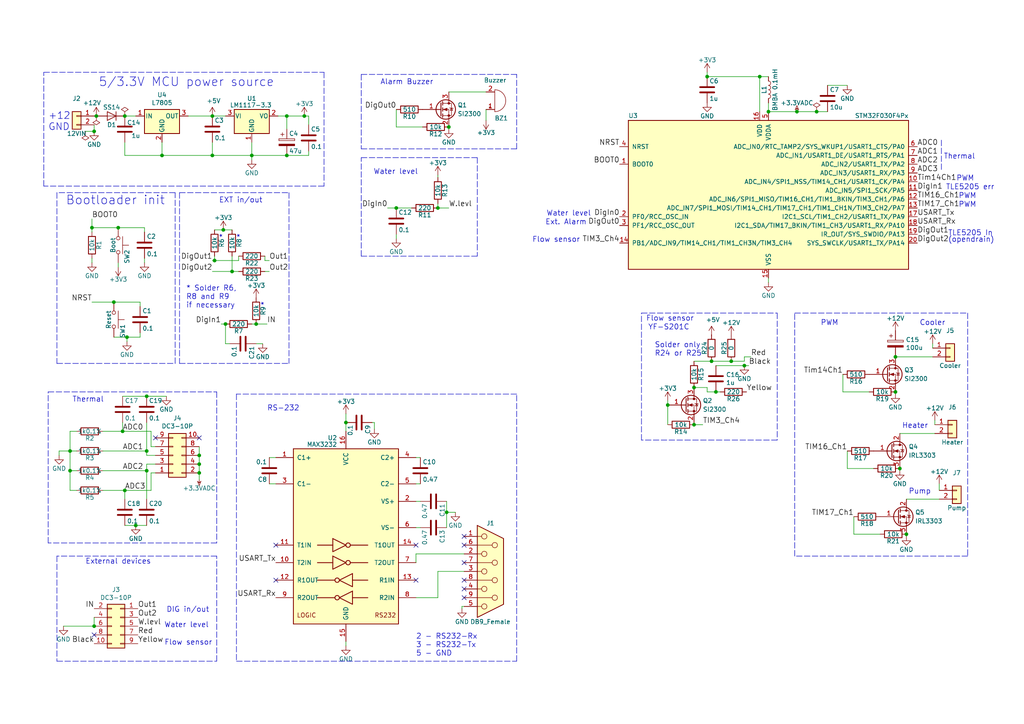
<source format=kicad_sch>
(kicad_sch (version 20231120) (generator "eeschema") (generator_version "8.0")
  (paper "A4")
  (junction (at 64.77 66.675))
  (junction (at 36.83 97.79))
  (junction (at 26.67 66.04))
  (junction (at 74.295 93.98))
  (junction (at 39.37 152.4))
  (junction (at 259.715 113.665))
  (junction (at 212.09 104.775))
  (junction (at 20.32 136.525))
  (junction (at 27.305 38.1))
  (junction (at 34.29 66.04))
  (junction (at 206.375 104.775))
  (junction (at 220.345 22.225))
  (junction (at 259.715 103.505))
  (junction (at 27.305 181.61))
  (junction (at 57.785 134.62))
  (junction (at 57.785 137.16))
  (junction (at 193.675 117.475))
  (junction (at 57.785 132.08))
  (junction (at 83.185 33.655))
  (junction (at 46.99 45.085))
  (junction (at 36.195 33.655))
  (junction (at 83.185 45.085))
  (junction (at 205.105 22.225))
  (junction (at 20.32 130.81))
  (junction (at 231.14 32.385))
  (junction (at 42.545 136.525))
  (junction (at 114.935 60.325))
  (junction (at 42.545 130.81))
  (junction (at 260.985 135.89))
  (junction (at 222.885 32.385))
  (junction (at 67.31 78.74))
  (junction (at 201.295 123.19))
  (junction (at 262.89 154.94))
  (junction (at 33.02 87.63))
  (junction (at 129.54 148.59))
  (junction (at 88.265 33.655))
  (junction (at 36.195 142.24))
  (junction (at 127 60.325))
  (junction (at 201.295 112.395))
  (junction (at 207.645 113.665))
  (junction (at 27.94 33.655))
  (junction (at 62.23 75.565))
  (junction (at 35.56 125.095))
  (junction (at 61.595 33.655))
  (junction (at 65.405 93.98))
  (junction (at 215.9 106.045))
  (junction (at 130.175 36.83))
  (junction (at 73.025 45.085))
  (junction (at 42.545 114.935))
  (junction (at 236.855 32.385))
  (junction (at 100.33 122.555))
  (junction (at 61.595 45.085))
  (no_connect (at 134.62 158.115))
  (no_connect (at 27.305 184.15))
  (no_connect (at 120.65 158.115))
  (no_connect (at 134.62 155.575))
  (no_connect (at 134.62 173.355))
  (no_connect (at 57.785 127))
  (no_connect (at 134.62 170.815))
  (no_connect (at 80.01 168.275))
  (no_connect (at 120.65 168.275))
  (no_connect (at 45.085 127))
  (no_connect (at 80.01 158.115))
  (no_connect (at 134.62 163.195))
  (no_connect (at 134.62 168.275))
  (wire (pts (xy 26.67 76.2) (xy 26.67 74.93)))
  (wire (pts (xy 259.715 114.3) (xy 259.715 113.665)))
  (wire (pts (xy 20.32 136.525) (xy 22.225 136.525)))
  (polyline (pts (xy 230.505 90.805) (xy 280.67 90.805)) (stroke (width 0) (type dash)))
  (wire (pts (xy 26.67 87.63) (xy 33.02 87.63)))
  (wire (pts (xy 132.08 148.59) (xy 129.54 148.59)))
  (wire (pts (xy 121.92 140.335) (xy 120.65 140.335)))
  (polyline (pts (xy 138.43 74.295) (xy 104.775 74.295)) (stroke (width 0) (type dash)))
  (polyline (pts (xy 149.86 43.18) (xy 149.86 21.59)) (stroke (width 0) (type dash)))
  (wire (pts (xy 27.305 33.655) (xy 27.94 33.655)))
  (wire (pts (xy 61.595 75.565) (xy 62.23 75.565)))
  (wire (pts (xy 74.295 93.98) (xy 77.47 93.98)))
  (wire (pts (xy 130.175 26.67) (xy 140.97 26.67)))
  (wire (pts (xy 29.845 130.81) (xy 42.545 130.81)))
  (wire (pts (xy 36.83 97.79) (xy 40.64 97.79)))
  (wire (pts (xy 245.745 24.765) (xy 240.03 24.765)))
  (polyline (pts (xy 104.775 43.18) (xy 149.86 43.18)) (stroke (width 0) (type dash)))
  (wire (pts (xy 20.32 130.81) (xy 22.225 130.81)))
  (wire (pts (xy 120.65 132.715) (xy 121.92 132.715)))
  (polyline (pts (xy 225.425 90.805) (xy 225.425 127.635)) (stroke (width 0) (type dash)))
  (wire (pts (xy 89.535 33.655) (xy 89.535 36.195)))
  (wire (pts (xy 76.2 99.695) (xy 74.295 99.695)))
  (wire (pts (xy 46.99 41.275) (xy 46.99 45.085)))
  (wire (pts (xy 61.595 33.655) (xy 65.405 33.655)))
  (wire (pts (xy 76.835 78.74) (xy 78.105 78.74)))
  (wire (pts (xy 212.09 104.775) (xy 215.9 104.775)))
  (wire (pts (xy 201.295 104.775) (xy 206.375 104.775)))
  (wire (pts (xy 73.025 45.085) (xy 83.185 45.085)))
  (polyline (pts (xy 104.775 45.72) (xy 138.43 45.72)) (stroke (width 0) (type dash)))
  (wire (pts (xy 247.65 149.86) (xy 247.65 154.94)))
  (wire (pts (xy 20.32 136.525) (xy 20.32 142.24)))
  (wire (pts (xy 271.145 121.92) (xy 271.145 123.19)))
  (wire (pts (xy 127 173.355) (xy 127 165.735)))
  (wire (pts (xy 208.915 113.665) (xy 207.645 113.665)))
  (wire (pts (xy 247.65 154.94) (xy 255.27 154.94)))
  (wire (pts (xy 112.395 60.325) (xy 114.935 60.325)))
  (wire (pts (xy 57.785 132.08) (xy 57.785 129.54)))
  (wire (pts (xy 62.23 75.565) (xy 69.215 75.565)))
  (polyline (pts (xy 68.58 191.77) (xy 149.86 191.77)) (stroke (width 0) (type dash)))
  (wire (pts (xy 35.56 114.935) (xy 42.545 114.935)))
  (polyline (pts (xy 104.775 21.59) (xy 149.86 21.59)) (stroke (width 0) (type dash)))
  (wire (pts (xy 222.885 32.385) (xy 231.14 32.385)))
  (wire (pts (xy 42.545 132.08) (xy 45.085 132.08)))
  (polyline (pts (xy 149.86 114.3) (xy 68.58 114.3)) (stroke (width 0) (type dash)))
  (wire (pts (xy 205.105 112.395) (xy 205.105 113.665)))
  (wire (pts (xy 193.675 116.205) (xy 193.675 117.475)))
  (wire (pts (xy 134.62 160.655) (xy 120.65 160.655)))
  (polyline (pts (xy 13.97 113.665) (xy 62.865 113.665)) (stroke (width 0) (type dash)))
  (wire (pts (xy 108.585 124.46) (xy 108.585 122.555)))
  (polyline (pts (xy 16.51 55.88) (xy 16.51 105.41)) (stroke (width 0) (type dash)))
  (wire (pts (xy 34.29 77.47) (xy 34.29 76.2)))
  (wire (pts (xy 36.195 41.275) (xy 36.195 45.085)))
  (wire (pts (xy 43.815 129.54) (xy 43.815 125.095)))
  (wire (pts (xy 26.67 63.5) (xy 26.67 66.04)))
  (wire (pts (xy 203.835 123.19) (xy 201.295 123.19)))
  (wire (pts (xy 100.33 187.325) (xy 100.33 186.055)))
  (polyline (pts (xy 52.07 105.41) (xy 83.82 105.41)) (stroke (width 0) (type dash)))
  (wire (pts (xy 259.715 103.505) (xy 270.51 103.505)))
  (wire (pts (xy 129.54 145.415) (xy 129.54 148.59)))
  (wire (pts (xy 42.545 130.81) (xy 42.545 132.08)))
  (wire (pts (xy 35.56 122.555) (xy 35.56 125.095)))
  (wire (pts (xy 133.985 176.53) (xy 133.985 175.895)))
  (wire (pts (xy 114.935 36.83) (xy 122.555 36.83)))
  (wire (pts (xy 57.785 137.16) (xy 57.785 134.62)))
  (wire (pts (xy 222.885 29.845) (xy 222.885 32.385)))
  (wire (pts (xy 193.675 117.475) (xy 193.675 123.19)))
  (wire (pts (xy 65.405 93.98) (xy 65.405 99.695)))
  (wire (pts (xy 57.785 134.62) (xy 57.785 132.08)))
  (wire (pts (xy 42.545 134.62) (xy 42.545 136.525)))
  (polyline (pts (xy 16.51 191.77) (xy 62.865 191.77)) (stroke (width 0) (type dash)))
  (wire (pts (xy 245.745 135.89) (xy 253.365 135.89)))
  (wire (pts (xy 34.29 66.04) (xy 41.91 66.04)))
  (wire (pts (xy 17.145 130.81) (xy 20.32 130.81)))
  (wire (pts (xy 45.085 137.16) (xy 43.815 137.16)))
  (wire (pts (xy 88.265 33.655) (xy 89.535 33.655)))
  (wire (pts (xy 220.345 22.225) (xy 220.345 32.385)))
  (wire (pts (xy 215.9 106.045) (xy 217.17 106.045)))
  (wire (pts (xy 33.02 97.79) (xy 36.83 97.79)))
  (wire (pts (xy 78.105 140.335) (xy 80.01 140.335)))
  (wire (pts (xy 114.935 60.325) (xy 119.38 60.325)))
  (polyline (pts (xy 83.82 55.88) (xy 83.82 105.41)) (stroke (width 0) (type dash)))
  (wire (pts (xy 83.185 33.655) (xy 88.265 33.655)))
  (wire (pts (xy 42.545 114.935) (xy 48.26 114.935)))
  (wire (pts (xy 29.845 125.095) (xy 35.56 125.095)))
  (wire (pts (xy 244.475 113.665) (xy 252.095 113.665)))
  (wire (pts (xy 36.195 144.78) (xy 36.195 142.24)))
  (polyline (pts (xy 12.7 20.955) (xy 93.98 20.955)) (stroke (width 0) (type dash)))
  (polyline (pts (xy 52.07 55.88) (xy 52.07 105.41)) (stroke (width 0) (type dash)))
  (wire (pts (xy 245.745 130.81) (xy 245.745 135.89)))
  (wire (pts (xy 205.105 20.955) (xy 205.105 22.225)))
  (polyline (pts (xy 138.43 45.72) (xy 138.43 74.295)) (stroke (width 0) (type dash)))
  (wire (pts (xy 40.64 97.79) (xy 40.64 96.52)))
  (wire (pts (xy 45.085 129.54) (xy 43.815 129.54)))
  (wire (pts (xy 206.375 104.775) (xy 212.09 104.775)))
  (wire (pts (xy 127 50.8) (xy 127 51.435)))
  (wire (pts (xy 140.97 31.75) (xy 140.97 34.925)))
  (wire (pts (xy 61.595 78.74) (xy 67.31 78.74)))
  (wire (pts (xy 41.91 76.2) (xy 41.91 74.93)))
  (wire (pts (xy 62.23 75.565) (xy 62.23 74.295)))
  (wire (pts (xy 24.765 38.1) (xy 27.305 38.1)))
  (wire (pts (xy 83.185 33.655) (xy 83.185 37.465)))
  (wire (pts (xy 73.025 93.98) (xy 74.295 93.98)))
  (wire (pts (xy 27.305 179.07) (xy 27.305 181.61)))
  (wire (pts (xy 114.935 31.75) (xy 114.935 36.83)))
  (polyline (pts (xy 68.58 114.3) (xy 68.58 191.77)) (stroke (width 0) (type dash)))
  (wire (pts (xy 27.94 33.655) (xy 28.575 33.655)))
  (wire (pts (xy 46.99 45.085) (xy 61.595 45.085)))
  (wire (pts (xy 33.02 87.63) (xy 40.64 87.63)))
  (wire (pts (xy 43.815 137.16) (xy 43.815 142.24)))
  (wire (pts (xy 133.985 175.895) (xy 134.62 175.895)))
  (wire (pts (xy 120.65 145.415) (xy 121.92 145.415)))
  (wire (pts (xy 20.32 142.24) (xy 22.225 142.24)))
  (wire (pts (xy 36.195 152.4) (xy 39.37 152.4)))
  (polyline (pts (xy 225.425 127.635) (xy 186.055 127.635)) (stroke (width 0) (type dash)))
  (wire (pts (xy 205.105 113.665) (xy 207.645 113.665)))
  (wire (pts (xy 36.83 99.06) (xy 36.83 97.79)))
  (wire (pts (xy 67.31 78.74) (xy 67.31 74.295)))
  (wire (pts (xy 222.885 81.915) (xy 222.885 80.645)))
  (wire (pts (xy 220.345 22.225) (xy 222.885 22.225)))
  (wire (pts (xy 69.215 75.565) (xy 69.215 74.295)))
  (wire (pts (xy 201.295 112.395) (xy 205.105 112.395)))
  (wire (pts (xy 215.9 104.775) (xy 215.9 103.505)))
  (wire (pts (xy 73.025 41.275) (xy 73.025 45.085)))
  (polyline (pts (xy 93.98 53.975) (xy 12.7 53.975)) (stroke (width 0) (type dash)))
  (wire (pts (xy 18.415 181.61) (xy 27.305 181.61)))
  (polyline (pts (xy 186.055 127.635) (xy 186.055 90.805)) (stroke (width 0) (type dash)))
  (wire (pts (xy 64.77 66.675) (xy 67.31 66.675)))
  (wire (pts (xy 64.135 93.98) (xy 65.405 93.98)))
  (wire (pts (xy 42.545 136.525) (xy 42.545 144.78)))
  (polyline (pts (xy 93.98 20.955) (xy 93.98 53.975)) (stroke (width 0) (type dash)))
  (polyline (pts (xy 104.775 74.295) (xy 104.775 45.72)) (stroke (width 0) (type dash)))
  (wire (pts (xy 17.145 130.81) (xy 17.145 132.08)))
  (wire (pts (xy 272.415 142.24) (xy 272.415 140.335)))
  (wire (pts (xy 67.31 78.74) (xy 69.215 78.74)))
  (wire (pts (xy 215.9 103.505) (xy 217.805 103.505)))
  (wire (pts (xy 262.89 155.575) (xy 262.89 154.94)))
  (wire (pts (xy 29.845 136.525) (xy 42.545 136.525)))
  (wire (pts (xy 260.985 136.525) (xy 260.985 135.89)))
  (polyline (pts (xy 104.775 21.59) (xy 104.775 43.18)) (stroke (width 0) (type dash)))
  (polyline (pts (xy 62.865 157.48) (xy 13.97 157.48)) (stroke (width 0) (type dash)))
  (polyline (pts (xy 230.505 161.29) (xy 230.505 90.805)) (stroke (width 0) (type dash)))
  (wire (pts (xy 120.65 173.355) (xy 127 173.355)))
  (polyline (pts (xy 273.05 40.64) (xy 273.05 49.53)) (stroke (width 0) (type dash)))
  (polyline (pts (xy 149.86 191.77) (xy 149.86 114.3)) (stroke (width 0) (type dash)))
  (wire (pts (xy 114.935 67.945) (xy 114.935 69.215)))
  (wire (pts (xy 207.645 106.045) (xy 215.9 106.045)))
  (wire (pts (xy 80.645 33.655) (xy 83.185 33.655)))
  (polyline (pts (xy 12.7 53.975) (xy 12.7 20.955)) (stroke (width 0) (type dash)))
  (wire (pts (xy 35.56 125.095) (xy 43.815 125.095)))
  (polyline (pts (xy 62.865 113.665) (xy 62.865 157.48)) (stroke (width 0) (type dash)))
  (wire (pts (xy 121.92 153.035) (xy 120.65 153.035)))
  (polyline (pts (xy 50.8 105.41) (xy 50.8 55.88)) (stroke (width 0) (type dash)))
  (wire (pts (xy 61.595 41.275) (xy 61.595 45.085)))
  (wire (pts (xy 262.89 144.78) (xy 272.415 144.78)))
  (wire (pts (xy 57.785 139.065) (xy 57.785 137.16)))
  (wire (pts (xy 20.32 125.095) (xy 22.225 125.095)))
  (wire (pts (xy 201.295 123.19) (xy 201.295 122.555)))
  (wire (pts (xy 27.305 38.1) (xy 27.305 36.195)))
  (wire (pts (xy 26.67 66.04) (xy 34.29 66.04)))
  (wire (pts (xy 62.23 66.675) (xy 64.77 66.675)))
  (wire (pts (xy 100.33 120.015) (xy 100.33 122.555)))
  (wire (pts (xy 20.32 130.81) (xy 20.32 136.525)))
  (wire (pts (xy 20.32 125.095) (xy 20.32 130.81)))
  (wire (pts (xy 61.595 45.085) (xy 73.025 45.085)))
  (wire (pts (xy 40.64 87.63) (xy 40.64 88.9)))
  (wire (pts (xy 205.105 22.225) (xy 220.345 22.225)))
  (polyline (pts (xy 280.67 90.805) (xy 280.67 161.29)) (stroke (width 0) (type dash)))
  (wire (pts (xy 42.545 122.555) (xy 42.545 130.81)))
  (wire (pts (xy 76.835 75.565) (xy 78.105 75.565)))
  (polyline (pts (xy 13.97 157.48) (xy 13.97 113.665)) (stroke (width 0) (type dash)))
  (wire (pts (xy 76.835 74.295) (xy 76.835 75.565)))
  (wire (pts (xy 36.195 33.655) (xy 39.37 33.655)))
  (polyline (pts (xy 16.51 105.41) (xy 50.8 105.41)) (stroke (width 0) (type dash)))
  (wire (pts (xy 127 165.735) (xy 134.62 165.735)))
  (polyline (pts (xy 280.67 161.29) (xy 230.505 161.29)) (stroke (width 0) (type dash)))
  (wire (pts (xy 89.535 45.085) (xy 89.535 43.815)))
  (wire (pts (xy 260.985 125.73) (xy 271.145 125.73)))
  (wire (pts (xy 41.91 66.04) (xy 41.91 67.31)))
  (wire (pts (xy 130.175 37.465) (xy 130.175 36.83)))
  (wire (pts (xy 127 59.055) (xy 127 60.325)))
  (polyline (pts (xy 62.865 191.77) (xy 62.865 161.29)) (stroke (width 0) (type dash)))
  (wire (pts (xy 120.65 160.655) (xy 120.65 163.195)))
  (wire (pts (xy 29.845 142.24) (xy 36.195 142.24)))
  (wire (pts (xy 39.37 152.4) (xy 42.545 152.4)))
  (polyline (pts (xy 186.055 90.805) (xy 225.425 90.805)) (stroke (width 0) (type dash)))
  (polyline (pts (xy 50.8 55.88) (xy 16.51 55.88)) (stroke (width 0) (type dash)))
  (wire (pts (xy 36.195 45.085) (xy 46.99 45.085)))
  (wire (pts (xy 26.67 66.04) (xy 26.67 67.31)))
  (wire (pts (xy 129.54 148.59) (xy 129.54 153.035)))
  (wire (pts (xy 236.855 32.385) (xy 240.03 32.385)))
  (wire (pts (xy 65.405 99.695) (xy 66.675 99.695)))
  (polyline (pts (xy 16.51 161.29) (xy 16.51 191.77)) (stroke (width 0) (type dash)))
  (wire (pts (xy 83.185 45.085) (xy 89.535 45.085)))
  (polyline (pts (xy 52.07 55.88) (xy 83.82 55.88)) (stroke (width 0) (type dash)))
  (wire (pts (xy 78.105 132.715) (xy 80.01 132.715)))
  (polyline (pts (xy 62.865 161.29) (xy 16.51 161.29)) (stroke (width 0) (type dash)))
  (wire (pts (xy 36.195 142.24) (xy 43.815 142.24)))
  (wire (pts (xy 100.33 122.555) (xy 100.33 125.095)))
  (wire (pts (xy 45.085 134.62) (xy 42.545 134.62)))
  (wire (pts (xy 231.14 32.385) (xy 236.855 32.385)))
  (wire (pts (xy 108.585 122.555) (xy 107.95 122.555)))
  (wire (pts (xy 127 60.325) (xy 130.175 60.325)))
  (wire (pts (xy 73.025 45.085) (xy 73.025 46.355)))
  (wire (pts (xy 270.51 99.695) (xy 270.51 100.965)))
  (wire (pts (xy 244.475 108.585) (xy 244.475 113.665)))
  (wire (pts (xy 54.61 33.655) (xy 61.595 33.655)))
  (text "Thermal" (at 273.685 46.355 0) (effects (font (size 1.524 1.524)) (justify left bottom)))
  (text "Solder only\nR24 or R25" (at 189.865 103.505 0) (effects (font (size 1.524 1.524)) (justify left bottom)))
  (text "*" (at 70.485 69.215 90) (effects (font (size 1.524 1.524)) (justify left bottom)))
  (text "Alarm Buzzer" (at 125.73 24.765 0) (effects (font (size 1.524 1.524)) (justify right bottom)))
  (text "Water level" (at 171.45 62.865 0) (effects (font (size 1.524 1.524)) (justify right bottom)))
  (text "PWM" (at 243.205 94.615 0) (effects (font (size 1.524 1.524)) (justify right bottom)))
  (text "PWM" (at 283.21 60.325 0) (effects (font (size 1.524 1.524)) (justify right bottom)))
  (text "Thermal" (at 20.955 116.84 0) (effects (font (size 1.524 1.524)) (justify left bottom)))
  (text "+12\nGND" (at 13.97 38.1 0) (effects (font (size 2.0066 2.0066)) (justify left bottom)))
  (text "Ext. Alarm" (at 170.18 65.405 0) (effects (font (size 1.524 1.524)) (justify right bottom)))
  (text "Bootloader init" (at 19.05 59.69 0) (effects (font (size 2.54 2.54)) (justify left bottom)))
  (text "RS-232" (at 77.47 119.38 0) (effects (font (size 1.524 1.524)) (justify left bottom)))
  (text "EXT in/out" (at 63.5 59.055 0) (effects (font (size 1.524 1.524)) (justify left bottom)))
  (text "PWM" (at 283.21 57.785 0) (effects (font (size 1.524 1.524)) (justify right bottom)))
  (text "5/3.3V MCU power source" (at 28.575 25.4 0) (effects (font (size 2.54 2.54)) (justify left bottom)))
  (text "* Solder R6,\nR8 and R9\nif necessary" (at 53.975 89.535 0) (effects (font (size 1.524 1.524)) (justify left bottom)))
  (text "Cooler" (at 266.7 94.615 0) (effects (font (size 1.524 1.524)) (justify left bottom)))
  (text "Flow sensor" (at 61.595 187.325 0) (effects (font (size 1.524 1.524)) (justify right bottom)))
  (text "(opendrain)" (at 274.955 70.485 0) (effects (font (size 1.524 1.524)) (justify left bottom)))
  (text "DIG in/out" (at 48.26 177.8 0) (effects (font (size 1.524 1.524)) (justify left bottom)))
  (text "External devices" (at 24.765 163.83 0) (effects (font (size 1.524 1.524)) (justify left bottom)))
  (text "TLE5205 In" (at 274.955 68.58 0) (effects (font (size 1.524 1.524)) (justify left bottom)))
  (text "Water level" (at 47.625 182.245 0) (effects (font (size 1.524 1.524)) (justify left bottom)))
  (text "PWM" (at 282.575 52.705 0) (effects (font (size 1.524 1.524)) (justify right bottom)))
  (text "Pump" (at 263.525 143.51 0) (effects (font (size 1.524 1.524)) (justify left bottom)))
  (text "*" (at 77.47 88.9 90) (effects (font (size 1.524 1.524)) (justify left bottom)))
  (text "TLE5205 err" (at 274.32 55.245 0) (effects (font (size 1.524 1.524)) (justify left bottom)))
  (text "Flow sensor" (at 168.275 70.485 0) (effects (font (size 1.524 1.524)) (justify right bottom)))
  (text "2 - RS232-Rx\n3 - RS232-Tx\n5 - GND" (at 120.65 190.5 0) (effects (font (size 1.524 1.524)) (justify left bottom)))
  (text "Water level" (at 121.285 50.8 0) (effects (font (size 1.524 1.524)) (justify right bottom)))
  (text "Flow sensor" (at 201.295 93.345 0) (effects (font (size 1.524 1.524)) (justify right bottom)))
  (text "YF-S201C" (at 187.96 95.885 0) (effects (font (size 1.524 1.524)) (justify left bottom)))
  (text "*" (at 65.405 69.215 90) (effects (font (size 1.524 1.524)) (justify left bottom)))
  (text "Heater" (at 261.62 124.46 0) (effects (font (size 1.524 1.524)) (justify left bottom)))
  (label "ADC0" (at 35.56 125.095 0) (effects (font (size 1.524 1.524))))
  (label "DigOut1" (at 266.065 67.945 0) (effects (font (size 1.524 1.524))))
  (label "Black" (at 27.305 186.69 180) (effects (font (size 1.524 1.524))))
  (label "Tim14Ch1" (at 266.065 52.705 0) (effects (font (size 1.524 1.524))))
  (label "BOOT0" (at 26.67 63.5 0) (effects (font (size 1.524 1.524))))
  (label "Red" (at 217.805 103.505 0) (effects (font (size 1.524 1.524))))
  (label "BOOT0" (at 179.705 47.625 180) (effects (font (size 1.524 1.524))))
  (label "Yellow" (at 40.005 186.69 0) (effects (font (size 1.524 1.524))))
  (label "DigOut2" (at 266.065 70.485 0) (effects (font (size 1.524 1.524))))
  (label "TIM3_Ch4" (at 179.705 70.485 180) (effects (font (size 1.524 1.524))))
  (label "DigIn0" (at 112.395 60.325 180) (effects (font (size 1.524 1.524))))
  (label "IN" (at 77.47 93.98 0) (effects (font (size 1.524 1.524))))
  (label "TIM17_Ch1" (at 247.65 149.86 180) (effects (font (size 1.524 1.524))))
  (label "DigOut0" (at 114.935 31.75 180) (effects (font (size 1.524 1.524))))
  (label "Red" (at 40.005 184.15 0) (effects (font (size 1.524 1.524))))
  (label "ADC2" (at 266.065 47.625 0) (effects (font (size 1.524 1.524))))
  (label "DigIn1" (at 64.135 93.98 180) (effects (font (size 1.524 1.524))))
  (label "ADC1" (at 35.56 130.81 0) (effects (font (size 1.524 1.524))))
  (label "Tim14Ch1" (at 244.475 108.585 180) (effects (font (size 1.524 1.524))))
  (label "W.levl" (at 40.005 181.61 0) (effects (font (size 1.524 1.524))))
  (label "DigOut2" (at 61.595 78.74 180) (effects (font (size 1.524 1.524))))
  (label "Black" (at 217.17 106.045 0) (effects (font (size 1.524 1.524))))
  (label "DigOut1" (at 61.595 75.565 180) (effects (font (size 1.524 1.524))))
  (label "TIM17_Ch1" (at 266.065 60.325 0) (effects (font (size 1.524 1.524))))
  (label "USART_Rx" (at 80.01 173.355 180) (effects (font (size 1.524 1.524))))
  (label "TIM3_Ch4" (at 203.835 123.19 0) (effects (font (size 1.524 1.524))))
  (label "ADC3" (at 266.065 50.165 0) (effects (font (size 1.524 1.524))))
  (label "DigOut0" (at 179.705 65.405 180) (effects (font (size 1.524 1.524))))
  (label "Out2" (at 78.105 78.74 0) (effects (font (size 1.524 1.524))))
  (label "USART_Rx" (at 266.065 65.405 0) (effects (font (size 1.524 1.524))))
  (label "Out2" (at 40.005 179.07 0) (effects (font (size 1.524 1.524))))
  (label "NRST" (at 179.705 42.545 180) (effects (font (size 1.524 1.524))))
  (label "Yellow" (at 216.535 113.665 0) (effects (font (size 1.524 1.524))))
  (label "NRST" (at 26.67 87.63 180) (effects (font (size 1.524 1.524))))
  (label "TIM16_Ch1" (at 266.065 57.785 0) (effects (font (size 1.524 1.524))))
  (label "ADC3" (at 36.195 142.24 0) (effects (font (size 1.524 1.524))))
  (label "ADC2" (at 35.56 136.525 0) (effects (font (size 1.524 1.524))))
  (label "ADC1" (at 266.065 45.085 0) (effects (font (size 1.524 1.524))))
  (label "Out1" (at 78.105 75.565 0) (effects (font (size 1.524 1.524))))
  (label "Out1" (at 40.005 176.53 0) (effects (font (size 1.524 1.524))))
  (label "USART_Tx" (at 266.065 62.865 0) (effects (font (size 1.524 1.524))))
  (label "USART_Tx" (at 80.01 163.195 180) (effects (font (size 1.524 1.524))))
  (label "IN" (at 27.305 176.53 180) (effects (font (size 1.524 1.524))))
  (label "W.levl" (at 130.175 60.325 0) (effects (font (size 1.524 1.524))))
  (label "DigIn1" (at 266.065 55.245 0) (effects (font (size 1.524 1.524))))
  (label "ADC0" (at 266.065 42.545 0) (effects (font (size 1.524 1.524))))
  (label "DigIn0" (at 179.705 62.865 180) (effects (font (size 1.524 1.524))))
  (label "TIM16_Ch1" (at 245.745 130.81 180) (effects (font (size 1.524 1.524))))
  (symbol (lib_id "Chiller_control-rescue:GND") (at 73.025 46.355 0) (unit 1)
    (property "Reference" "#PWR01" (effects (hide yes)))
    (property "Value" "GND" (at 73.025 50.165 0))
  )
  (symbol (lib_id "Chiller_control-rescue:CP") (at 83.185 41.275 0) (unit 1)
    (property "Reference" "C4" (at 83.82 38.735 0) (effects (justify left)))
    (property "Value" "47u" (at 83.82 43.815 0) (effects (justify left)))
    (property "Footprint" "Capacitor_Tantalum_SMD.pretty:CP_Tantalum_Case-A_EIA-3216-18_Hand" (effects (hide yes)))
  )
  (symbol (lib_id "Chiller_control-rescue:+3.3V") (at 88.265 33.655 0) (unit 1)
    (property "Reference" "#PWR02" (effects (hide yes)))
    (property "Value" "+3V3" (at 88.265 30.099 0))
  )
  (symbol (lib_id "Chiller_control-rescue:SW_Push") (at 34.29 71.12 270) (unit 1)
    (property "Reference" "SW2" (at 36.83 72.39 0) (effects (justify left)))
    (property "Value" "Boot" (at 32.766 71.12 0))
    (property "Footprint" "Buttons_Switches_SMD:SW_SPST_FSMSM" (effects (hide yes)))
  )
  (symbol (lib_id "Chiller_control-rescue:SW_Push") (at 33.02 92.71 270) (unit 1)
    (property "Reference" "SW1" (at 35.56 93.98 0) (effects (justify left)))
    (property "Value" "Reset" (at 31.496 92.71 0))
    (property "Footprint" "Buttons_Switches_SMD:SW_SPST_FSMSM" (effects (hide yes)))
  )
  (symbol (lib_id "Chiller_control-rescue:GND") (at 26.67 76.2 0) (unit 1)
    (property "Reference" "#PWR03" (effects (hide yes)))
    (property "Value" "GND" (at 26.67 80.01 0))
  )
  (symbol (lib_id "Chiller_control-rescue:+3.3V") (at 34.29 77.47 180) (unit 1)
    (property "Reference" "#PWR010" (effects (hide yes)))
    (property "Value" "+3V3" (at 34.29 81.026 0))
  )
  (symbol (lib_id "Chiller_control-rescue:GND") (at 36.83 99.06 0) (unit 1)
    (property "Reference" "#PWR04" (effects (hide yes)))
    (property "Value" "GND" (at 36.83 102.87 0))
  )
  (symbol (lib_id "Chiller_control-rescue:R") (at 26.67 71.12 0) (unit 1)
    (property "Reference" "R1" (at 28.702 71.12 90))
    (property "Value" "10k" (at 26.67 71.12 90))
    (property "Footprint" "Resistors_SMD.pretty:R_0603_HandSoldering" (effects (hide yes)))
  )
  (symbol (lib_id "Chiller_control-rescue:C") (at 41.91 71.12 0) (unit 1)
    (property "Reference" "C2" (at 42.545 68.58 0) (effects (justify left)))
    (property "Value" "0.1" (at 42.545 73.66 0) (effects (justify left)))
    (property "Footprint" "Capacitor_SMD:C_0603_1608Metric_Pad0.99x1.00mm_HandSolder" (effects (hide yes)))
  )
  (symbol (lib_id "Chiller_control-rescue:C") (at 40.64 92.71 0) (unit 1)
    (property "Reference" "C1" (at 41.275 90.17 0) (effects (justify left)))
    (property "Value" "0.1" (at 41.275 95.25 0) (effects (justify left)))
    (property "Footprint" "Capacitor_SMD:C_0603_1608Metric_Pad0.99x1.00mm_HandSolder" (effects (hide yes)))
  )
  (symbol (lib_id "Chiller_control-rescue:Conn_01x02") (at 22.225 33.655 0) (mirror y) (unit 1)
    (property "Reference" "J2" (at 22.225 28.575 0))
    (property "Value" "12VIN" (at 22.225 38.735 0))
    (property "Footprint" "Connectors_Terminal_Blocks:TerminalBlock_Pheonix_MKDS1.5-2pol" (effects (hide yes)))
  )
  (symbol (lib_id "Chiller_control-rescue:C") (at 61.595 37.465 0) (unit 1)
    (property "Reference" "C3" (at 62.23 34.925 0) (effects (justify left)))
    (property "Value" "0.1" (at 62.23 40.005 0) (effects (justify left)))
    (property "Footprint" "Capacitor_SMD:C_0603_1608Metric_Pad0.99x1.00mm_HandSolder" (effects (hide yes)))
  )
  (symbol (lib_id "Chiller_control-rescue:PWR_FLAG") (at 27.94 33.655 180) (unit 1)
    (property "Reference" "#FLG05" (effects (hide yes)))
    (property "Value" "PWR_FLAG" (effects (hide yes)))
  )
  (symbol (lib_id "Chiller_control-rescue:+12V") (at 27.94 33.655 0) (unit 1)
    (property "Reference" "#PWR06" (effects (hide yes)))
    (property "Value" "+12V" (at 26.67 29.845 0))
  )
  (symbol (lib_id "Chiller_control-rescue:STM32F030F4Px") (at 222.885 57.785 0) (unit 1)
    (property "Reference" "U3" (at 182.245 34.29 0) (effects (justify left bottom)))
    (property "Value" "STM32F030F4Px" (at 263.525 34.29 0) (effects (justify right bottom)))
    (property "Footprint" "Housings_SSOP:TSSOP-20_4.4x6.5mm_Pitch0.65mm" (effects (hide yes)))
  )
  (symbol (lib_id "Chiller_control-rescue:C") (at 205.105 26.035 0) (unit 1)
    (property "Reference" "C6" (at 205.74 23.495 0) (effects (justify left)))
    (property "Value" "1u" (at 205.74 28.575 0) (effects (justify left)))
    (property "Footprint" "Capacitor_SMD.pretty:C_0805_HandSoldering" (effects (hide yes)))
  )
  (symbol (lib_id "Chiller_control-rescue:GND") (at 205.105 29.845 0) (unit 1)
    (property "Reference" "#PWR07" (effects (hide yes)))
    (property "Value" "GND" (at 205.105 33.655 0))
  )
  (symbol (lib_id "Chiller_control-rescue:GND") (at 222.885 81.915 0) (unit 1)
    (property "Reference" "#PWR08" (effects (hide yes)))
    (property "Value" "GND" (at 222.885 85.725 0))
  )
  (symbol (lib_id "Chiller_control-rescue:+3.3V") (at 205.105 20.955 0) (unit 1)
    (property "Reference" "#PWR09" (effects (hide yes)))
    (property "Value" "+3V3" (at 205.105 17.399 0))
  )
  (symbol (lib_id "Chiller_control-rescue:LM1117-3.3") (at 73.025 33.655 0) (unit 1)
    (property "Reference" "U1" (at 73.025 28.575 0))
    (property "Value" "LM1117-3.3" (at 66.675 30.48 0) (effects (justify left)))
    (property "Footprint" "TO_SOT_Packages_SMD:SOT-223" (effects (hide yes)))
  )
  (symbol (lib_id "Chiller_control-rescue:GND") (at 41.91 76.2 0) (unit 1)
    (property "Reference" "#PWR011" (effects (hide yes)))
    (property "Value" "GND" (at 41.91 80.01 0))
  )
  (symbol (lib_id "Chiller_control-rescue:C") (at 114.935 64.135 0) (unit 1)
    (property "Reference" "C12" (at 115.57 61.595 0) (effects (justify left)))
    (property "Value" "0.1" (at 115.57 66.675 0) (effects (justify left)))
    (property "Footprint" "Capacitor_SMD:C_0603_1608Metric_Pad0.99x1.00mm_HandSolder" (effects (hide yes)))
  )
  (symbol (lib_id "Chiller_control-rescue:R") (at 69.215 93.98 270) (unit 1)
    (property "Reference" "R7" (at 69.215 96.012 90))
    (property "Value" "220" (at 69.215 93.98 90))
    (property "Footprint" "Resistor_SMD:R_0805_2012Metric_Pad1.29x1.40mm_HandSolder" (effects (hide yes)))
  )
  (symbol (lib_id "Chiller_control-rescue:R") (at 123.19 60.325 270) (unit 1)
    (property "Reference" "R11" (at 123.19 62.357 90))
    (property "Value" "220" (at 123.19 60.325 90))
    (property "Footprint" "Resistors_SMD.pretty:R_0805_HandSoldering" (effects (hide yes)))
  )
  (symbol (lib_id "Chiller_control-rescue:Q_NMOS_GSD") (at 198.755 117.475 0) (unit 1)
    (property "Reference" "Q2" (at 203.835 116.205 0) (effects (justify left)))
    (property "Value" "SI2300" (at 203.835 118.745 0) (effects (justify left)))
    (property "Footprint" "TO_SOT_Packages_SMD:SOT-23_Handsoldering" (effects (hide yes)))
  )
  (symbol (lib_id "Chiller_control-rescue:R") (at 197.485 123.19 270) (unit 1)
    (property "Reference" "R14" (at 197.485 125.222 90))
    (property "Value" "10k" (at 197.485 123.19 90))
    (property "Footprint" "Resistors_SMD.pretty:R_0603_HandSoldering" (effects (hide yes)))
  )
  (symbol (lib_id "Chiller_control-rescue:R") (at 201.295 108.585 0) (unit 1)
    (property "Reference" "R15" (at 203.327 108.585 90))
    (property "Value" "10k" (at 201.295 108.585 90))
    (property "Footprint" "Resistors_SMD.pretty:R_0603_HandSoldering" (effects (hide yes)))
  )
  (symbol (lib_id "Chiller_control-rescue:+3.3V") (at 193.675 116.205 0) (unit 1)
    (property "Reference" "#PWR015" (effects (hide yes)))
    (property "Value" "+3V3" (at 193.675 112.649 0))
  )
  (symbol (lib_id "Chiller_control-rescue:GND") (at 215.9 106.045 0) (unit 1)
    (property "Reference" "#PWR016" (effects (hide yes)))
    (property "Value" "GND" (at 215.9 109.855 0))
  )
  (symbol (lib_id "Chiller_control-rescue:+12V") (at 212.09 97.155 0) (unit 1)
    (property "Reference" "#PWR017" (effects (hide yes)))
    (property "Value" "+12V" (at 212.09 93.599 0))
  )
  (symbol (lib_id "Chiller_control-rescue:C") (at 89.535 40.005 0) (unit 1)
    (property "Reference" "C5" (at 90.17 37.465 0) (effects (justify left)))
    (property "Value" "0.1" (at 90.17 42.545 0) (effects (justify left)))
    (property "Footprint" "Capacitor_SMD:C_0603_1608Metric_Pad0.99x1.00mm_HandSolder" (effects (hide yes)))
  )
  (symbol (lib_id "Chiller_control-rescue:D") (at 32.385 33.655 180) (unit 1)
    (property "Reference" "D1" (at 32.385 36.195 0))
    (property "Value" "SS14" (at 32.385 31.115 0))
    (property "Footprint" "Diode_SMD.pretty:D_SMA_Handsoldering" (effects (hide yes)))
  )
  (symbol (lib_id "Chiller_control-rescue:GND") (at 27.305 38.1 0) (unit 1)
    (property "Reference" "#PWR012" (effects (hide yes)))
    (property "Value" "GND" (at 27.305 41.91 0))
  )
  (symbol (lib_id "Chiller_control-rescue:PWR_FLAG") (at 24.765 38.1 180) (unit 1)
    (property "Reference" "#FLG013" (effects (hide yes)))
    (property "Value" "PWR_FLAG" (effects (hide yes)))
  )
  (symbol (lib_id "Chiller_control-rescue:GND") (at 114.935 69.215 0) (unit 1)
    (property "Reference" "#PWR018" (effects (hide yes)))
    (property "Value" "GND" (at 114.935 73.025 0))
  )
  (symbol (lib_id "Chiller_control-rescue:R") (at 127 55.245 0) (unit 1)
    (property "Reference" "R13" (at 129.032 55.245 90))
    (property "Value" "10k" (at 127 55.245 90))
    (property "Footprint" "Resistors_SMD.pretty:R_0603_HandSoldering" (effects (hide yes)))
  )
  (symbol (lib_id "Chiller_control-rescue:+3.3V") (at 127 50.8 0) (unit 1)
    (property "Reference" "#PWR019" (effects (hide yes)))
    (property "Value" "+3V3" (at 127 47.244 0))
  )
  (symbol (lib_id "Chiller_control-rescue:R") (at 74.295 90.17 0) (unit 1)
    (property "Reference" "R9" (at 76.327 90.17 90))
    (property "Value" "10k" (at 74.295 90.17 90))
    (property "Footprint" "Resistors_SMD.pretty:R_0603_HandSoldering" (effects (hide yes)))
  )
  (symbol (lib_id "Chiller_control-rescue:+3.3V") (at 64.77 66.675 0) (unit 1)
    (property "Reference" "#PWR020" (effects (hide yes)))
    (property "Value" "+3V3" (at 64.77 63.119 0))
  )
  (symbol (lib_id "Chiller_control-rescue:+3.3V") (at 74.295 86.36 0) (unit 1)
    (property "Reference" "#PWR021" (effects (hide yes)))
    (property "Value" "+3V3" (at 74.295 82.804 0))
  )
  (symbol (lib_id "Chiller_control-rescue:L") (at 222.885 26.035 0) (unit 1)
    (property "Reference" "L1" (at 221.615 26.035 90))
    (property "Value" "BMBA 0.1mH" (at 224.79 26.035 90))
    (property "Footprint" "Resistors_SMD.pretty:R_0805_HandSoldering" (effects (hide yes)))
  )
  (symbol (lib_id "Chiller_control-rescue:C") (at 240.03 28.575 0) (unit 1)
    (property "Reference" "C7" (at 240.665 26.035 0) (effects (justify left)))
    (property "Value" "10u" (at 240.665 31.115 0) (effects (justify left)))
    (property "Footprint" "Capacitor_SMD.pretty:C_1206_HandSoldering" (effects (hide yes)))
  )
  (symbol (lib_id "Chiller_control-rescue:GND") (at 245.745 24.765 0) (unit 1)
    (property "Reference" "#PWR014" (effects (hide yes)))
    (property "Value" "GND" (at 245.745 28.575 0))
  )
  (symbol (lib_id "Chiller_control-rescue:GND") (at 130.175 37.465 0) (unit 1)
    (property "Reference" "#PWR022" (effects (hide yes)))
    (property "Value" "GND" (at 130.175 41.275 0))
  )
  (symbol (lib_id "Chiller_control-rescue:R") (at 67.31 70.485 0) (unit 1)
    (property "Reference" "R8" (at 69.342 70.485 90))
    (property "Value" "10k" (at 67.31 70.485 90))
    (property "Footprint" "Resistors_SMD.pretty:R_0603_HandSoldering" (effects (hide yes)))
  )
  (symbol (lib_id "Chiller_control-rescue:R") (at 62.23 70.485 0) (unit 1)
    (property "Reference" "R6" (at 64.262 70.485 90))
    (property "Value" "10k" (at 62.23 70.485 90))
    (property "Footprint" "Resistors_SMD.pretty:R_0603_HandSoldering" (effects (hide yes)))
  )
  (symbol (lib_id "Chiller_control-rescue:R") (at 126.365 36.83 270) (unit 1)
    (property "Reference" "R12" (at 126.365 38.862 90))
    (property "Value" "10k" (at 126.365 36.83 90))
    (property "Footprint" "Resistors_SMD.pretty:R_0603_HandSoldering" (effects (hide yes)))
  )
  (symbol (lib_id "Chiller_control-rescue:R") (at 118.745 31.75 270) (unit 1)
    (property "Reference" "R10" (at 118.745 33.782 90))
    (property "Value" "510" (at 118.745 31.75 90))
    (property "Footprint" "Resistors_SMD.pretty:R_0603_HandSoldering" (effects (hide yes)))
  )
  (symbol (lib_id "Chiller_control-rescue:Q_NMOS_GSD") (at 127.635 31.75 0) (unit 1)
    (property "Reference" "Q1" (at 132.715 30.48 0) (effects (justify left)))
    (property "Value" "SI2300" (at 132.715 33.02 0) (effects (justify left)))
    (property "Footprint" "TO_SOT_Packages_SMD:SOT-23_Handsoldering" (effects (hide yes)))
  )
  (symbol (lib_id "Chiller_control-rescue:R") (at 255.905 113.665 270) (unit 1)
    (property "Reference" "R19" (at 255.905 115.697 90))
    (property "Value" "10k" (at 255.905 113.665 90))
    (property "Footprint" "Resistors_SMD.pretty:R_0603_HandSoldering" (effects (hide yes)))
  )
  (symbol (lib_id "Chiller_control-rescue:R") (at 248.285 108.585 270) (unit 1)
    (property "Reference" "R16" (at 248.285 110.617 90))
    (property "Value" "510" (at 248.285 108.585 90))
    (property "Footprint" "Resistors_SMD.pretty:R_0603_HandSoldering" (effects (hide yes)))
  )
  (symbol (lib_id "Chiller_control-rescue:Q_NMOS_GSD") (at 257.175 108.585 0) (unit 1)
    (property "Reference" "Q3" (at 262.255 107.315 0) (effects (justify left)))
    (property "Value" "SI2300" (at 262.255 109.855 0) (effects (justify left)))
    (property "Footprint" "TO_SOT_Packages_SMD:SOT-23_Handsoldering" (effects (hide yes)))
  )
  (symbol (lib_id "Chiller_control-rescue:GND") (at 259.715 114.3 0) (unit 1)
    (property "Reference" "#PWR023" (effects (hide yes)))
    (property "Value" "GND" (at 259.715 118.11 0))
  )
  (symbol (lib_id "Chiller_control-rescue:R") (at 257.175 135.89 270) (unit 1)
    (property "Reference" "R20" (at 257.175 137.922 90))
    (property "Value" "10k" (at 257.175 135.89 90))
    (property "Footprint" "Resistors_SMD.pretty:R_0603_HandSoldering" (effects (hide yes)))
  )
  (symbol (lib_id "Chiller_control-rescue:R") (at 249.555 130.81 270) (unit 1)
    (property "Reference" "R17" (at 249.555 132.842 90))
    (property "Value" "510" (at 249.555 130.81 90))
    (property "Footprint" "Resistors_SMD.pretty:R_0603_HandSoldering" (effects (hide yes)))
  )
  (symbol (lib_id "Chiller_control-rescue:Q_NMOS_GDS") (at 258.445 130.81 0) (unit 1)
    (property "Reference" "Q4" (at 263.525 129.54 0) (effects (justify left)))
    (property "Value" "IRL3303" (at 263.525 132.08 0) (effects (justify left)))
    (property "Footprint" "TO_SOT_Packages_THT:TO-220-3_Vertical" (effects (hide yes)))
  )
  (symbol (lib_id "Chiller_control-rescue:GND") (at 260.985 136.525 0) (unit 1)
    (property "Reference" "#PWR024" (effects (hide yes)))
    (property "Value" "GND" (at 260.985 140.335 0))
  )
  (symbol (lib_id "Chiller_control-rescue:R") (at 259.08 154.94 270) (unit 1)
    (property "Reference" "R21" (at 259.08 156.972 90))
    (property "Value" "10k" (at 259.08 154.94 90))
    (property "Footprint" "Resistors_SMD.pretty:R_0603_HandSoldering" (effects (hide yes)))
  )
  (symbol (lib_id "Chiller_control-rescue:R") (at 251.46 149.86 270) (unit 1)
    (property "Reference" "R18" (at 251.46 151.892 90))
    (property "Value" "510" (at 251.46 149.86 90))
    (property "Footprint" "Resistors_SMD.pretty:R_0603_HandSoldering" (effects (hide yes)))
  )
  (symbol (lib_id "Chiller_control-rescue:Q_NMOS_GDS") (at 260.35 149.86 0) (unit 1)
    (property "Reference" "Q5" (at 265.43 148.59 0) (effects (justify left)))
    (property "Value" "IRL3303" (at 265.43 151.13 0) (effects (justify left)))
    (property "Footprint" "TO_SOT_Packages_THT:TO-220-3_Vertical" (effects (hide yes)))
  )
  (symbol (lib_id "Chiller_control-rescue:GND") (at 262.89 155.575 0) (unit 1)
    (property "Reference" "#PWR025" (effects (hide yes)))
    (property "Value" "GND" (at 262.89 159.385 0))
  )
  (symbol (lib_id "Chiller_control-rescue:R") (at 26.035 125.095 270) (unit 1)
    (property "Reference" "R2" (at 26.035 127.127 90))
    (property "Value" "1k0.1%" (at 26.035 125.095 90))
    (property "Footprint" "Resistors_SMD.pretty:R_0805_HandSoldering" (effects (hide yes)))
  )
  (symbol (lib_id "Chiller_control-rescue:+3.3VADC") (at 231.14 32.385 0) (unit 1)
    (property "Reference" "#PWR026" (effects (hide yes)))
    (property "Value" "+3.3VADC" (at 231.14 29.845 0))
  )
  (symbol (lib_id "Chiller_control-rescue:+3.3VADC") (at 57.785 139.065 180) (unit 1)
    (property "Reference" "#PWR027" (effects (hide yes)))
    (property "Value" "+3.3VADC" (at 57.785 141.605 0))
  )
  (symbol (lib_id "Chiller_control-rescue:R") (at 26.035 130.81 270) (unit 1)
    (property "Reference" "R3" (at 26.035 132.842 90))
    (property "Value" "1k0.1%" (at 26.035 130.81 90))
    (property "Footprint" "Resistors_SMD.pretty:R_0805_HandSoldering" (effects (hide yes)))
  )
  (symbol (lib_id "Chiller_control-rescue:R") (at 26.035 136.525 270) (unit 1)
    (property "Reference" "R4" (at 26.035 138.557 90))
    (property "Value" "1k0.1%" (at 26.035 136.525 90))
    (property "Footprint" "Resistors_SMD.pretty:R_0805_HandSoldering" (effects (hide yes)))
  )
  (symbol (lib_id "Chiller_control-rescue:GND") (at 17.145 132.08 0) (unit 1)
    (property "Reference" "#PWR028" (effects (hide yes)))
    (property "Value" "GND" (at 17.145 135.89 0))
  )
  (symbol (lib_id "Chiller_control-rescue:R") (at 26.035 142.24 270) (unit 1)
    (property "Reference" "R5" (at 26.035 144.272 90))
    (property "Value" "1k0.1%" (at 26.035 142.24 90))
    (property "Footprint" "Resistors_SMD.pretty:R_0805_HandSoldering" (effects (hide yes)))
  )
  (symbol (lib_id "Chiller_control-rescue:MAX3232") (at 100.33 155.575 0) (unit 1)
    (property "Reference" "U2" (at 97.79 127 0) (effects (justify right)))
    (property "Value" "MAX3232" (at 97.79 128.905 0) (effects (justify right)))
    (property "Footprint" "Housings_SOIC:SOIC-16_3.9x9.9mm_Pitch1.27mm" (effects (hide yes)))
  )
  (symbol (lib_id "Chiller_control-rescue:C") (at 125.73 145.415 270) (unit 1)
    (property "Reference" "C11" (at 128.27 146.05 0) (effects (justify left)))
    (property "Value" "0.47" (at 123.19 146.05 0) (effects (justify left)))
    (property "Footprint" "Capacitor_SMD.pretty:C_0805_HandSoldering" (effects (hide yes)))
  )
  (symbol (lib_id "Chiller_control-rescue:C") (at 121.92 136.525 0) (unit 1)
    (property "Reference" "C10" (at 122.555 133.985 0) (effects (justify left)))
    (property "Value" "0.47" (at 122.555 139.065 0) (effects (justify left)))
    (property "Footprint" "Capacitor_SMD.pretty:C_0805_HandSoldering" (effects (hide yes)))
  )
  (symbol (lib_id "Chiller_control-rescue:C") (at 125.73 153.035 270) (unit 1)
    (property "Reference" "C13" (at 128.27 153.67 0) (effects (justify left)))
    (property "Value" "0.47" (at 123.19 153.67 0) (effects (justify left)))
    (property "Footprint" "Capacitor_SMD.pretty:C_0805_HandSoldering" (effects (hide yes)))
  )
  (symbol (lib_id "Chiller_control-rescue:C") (at 104.14 122.555 270) (unit 1)
    (property "Reference" "C9" (at 106.68 123.19 0) (effects (justify left)))
    (property "Value" "0.1" (at 101.6 123.19 0) (effects (justify left)))
    (property "Footprint" "Capacitor_SMD:C_0603_1608Metric_Pad0.99x1.00mm_HandSolder" (effects (hide yes)))
  )
  (symbol (lib_id "Chiller_control-rescue:+3.3V") (at 100.33 120.015 0) (unit 1)
    (property "Reference" "#PWR029" (effects (hide yes)))
    (property "Value" "+3V3" (at 100.33 116.459 0))
  )
  (symbol (lib_id "Chiller_control-rescue:GND") (at 108.585 124.46 0) (unit 1)
    (property "Reference" "#PWR030" (effects (hide yes)))
    (property "Value" "GND" (at 108.585 128.27 0))
  )
  (symbol (lib_id "Chiller_control-rescue:GND") (at 132.08 148.59 0) (unit 1)
    (property "Reference" "#PWR031" (effects (hide yes)))
    (property "Value" "GND" (at 132.08 152.4 0))
  )
  (symbol (lib_id "Chiller_control-rescue:C") (at 78.105 136.525 180) (unit 1)
    (property "Reference" "C8" (at 77.47 139.065 0) (effects (justify left)))
    (property "Value" "0.1" (at 77.47 133.985 0) (effects (justify left)))
    (property "Footprint" "Capacitor_SMD:C_0603_1608Metric_Pad0.99x1.00mm_HandSolder" (effects (hide yes)))
  )
  (symbol (lib_id "Chiller_control-rescue:DB9_Female") (at 142.24 165.735 0) (unit 1)
    (property "Reference" "J1" (at 142.24 151.765 0))
    (property "Value" "DB9_Female" (at 142.24 180.34 0))
    (property "Footprint" "modules:DB9-F" (effects (hide yes)))
  )
  (symbol (lib_id "Chiller_control-rescue:GND") (at 100.33 187.325 0) (unit 1)
    (property "Reference" "#PWR032" (effects (hide yes)))
    (property "Value" "GND" (at 100.33 191.135 0))
  )
  (symbol (lib_id "Chiller_control-rescue:PWR_FLAG") (at 236.855 32.385 0) (unit 1)
    (property "Reference" "#FLG033" (effects (hide yes)))
    (property "Value" "PWR_FLAG" (effects (hide yes)))
  )
  (symbol (lib_id "Chiller_control-rescue:GND") (at 133.985 176.53 0) (unit 1)
    (property "Reference" "#PWR034" (effects (hide yes)))
    (property "Value" "GND" (at 133.985 180.34 0))
  )
  (symbol (lib_id "Chiller_control-rescue:Conn_01x02") (at 275.59 100.965 0) (unit 1)
    (property "Reference" "J5" (at 275.59 95.885 0))
    (property "Value" "Cooler" (at 275.59 106.045 0))
    (property "Footprint" "Connectors_Terminal_Blocks:TerminalBlock_Pheonix_MKDS1.5-2pol" (effects (hide yes)))
  )
  (symbol (lib_id "Chiller_control-rescue:Conn_01x02") (at 276.225 123.19 0) (unit 1)
    (property "Reference" "J6" (at 276.225 118.11 0))
    (property "Value" "Heater" (at 276.225 128.27 0))
    (property "Footprint" "Connectors_Terminal_Blocks:TerminalBlock_Pheonix_MKDS1.5-2pol" (effects (hide yes)))
  )
  (symbol (lib_id "Chiller_control-rescue:Conn_01x02") (at 277.495 142.24 0) (unit 1)
    (property "Reference" "J7" (at 277.495 137.16 0))
    (property "Value" "Pump" (at 277.495 147.32 0))
    (property "Footprint" "Connectors_Terminal_Blocks:TerminalBlock_Pheonix_MKDS1.5-2pol" (effects (hide yes)))
  )
  (symbol (lib_id "Chiller_control-rescue:+12V") (at 270.51 99.695 0) (unit 1)
    (property "Reference" "#PWR035" (effects (hide yes)))
    (property "Value" "+12V" (at 270.51 96.139 0))
  )
  (symbol (lib_id "Chiller_control-rescue:+12V") (at 271.145 121.92 0) (unit 1)
    (property "Reference" "#PWR036" (effects (hide yes)))
    (property "Value" "+12V" (at 271.145 118.364 0))
  )
  (symbol (lib_id "Chiller_control-rescue:+12V") (at 272.415 140.335 0) (unit 1)
    (property "Reference" "#PWR037" (effects (hide yes)))
    (property "Value" "+12V" (at 272.415 136.779 0))
  )
  (symbol (lib_id "Chiller_control-rescue:GND") (at 18.415 181.61 0) (unit 1)
    (property "Reference" "#PWR038" (effects (hide yes)))
    (property "Value" "GND" (at 18.415 185.42 0))
  )
  (symbol (lib_id "Chiller_control-rescue:R") (at 73.025 74.295 270) (unit 1)
    (property "Reference" "R22" (at 73.025 76.327 90))
    (property "Value" "220" (at 73.025 74.295 90))
    (property "Footprint" "Resistor_SMD:R_0805_2012Metric_Pad1.29x1.40mm_HandSolder" (effects (hide yes)))
  )
  (symbol (lib_id "Chiller_control-rescue:R") (at 73.025 78.74 270) (unit 1)
    (property "Reference" "R23" (at 73.025 80.772 90))
    (property "Value" "220" (at 73.025 78.74 90))
    (property "Footprint" "Resistor_SMD:R_0805_2012Metric_Pad1.29x1.40mm_HandSolder" (effects (hide yes)))
  )
  (symbol (lib_id "Chiller_control-rescue:CP") (at 259.715 99.695 0) (unit 1)
    (property "Reference" "C15" (at 262.7122 98.5266 0) (effects (justify left)))
    (property "Value" "100u" (at 262.7122 100.838 0) (effects (justify left)))
    (property "Footprint" "Capacitor_THT:CP_Radial_D8.0mm_P3.50mm" (effects (hide yes)))
  )
  (symbol (lib_id "Chiller_control-rescue:+12V") (at 259.715 95.885 0) (unit 1)
    (property "Reference" "#PWR033" (effects (hide yes)))
    (property "Value" "+12V" (at 259.715 92.329 0))
  )
  (symbol (lib_id "Chiller_control-rescue:R") (at 212.725 113.665 270) (unit 1)
    (property "Reference" "R26" (at 212.725 115.697 90))
    (property "Value" "220" (at 212.725 113.665 90))
    (property "Footprint" "Resistor_SMD:R_0805_2012Metric_Pad1.29x1.40mm_HandSolder" (effects (hide yes)))
  )
  (symbol (lib_id "Chiller_control-rescue:C") (at 207.645 109.855 0) (unit 1)
    (property "Reference" "C16" (at 210.566 108.6866 0) (effects (justify left)))
    (property "Value" "1u" (at 210.566 110.998 0) (effects (justify left)))
    (property "Footprint" "Capacitor_SMD:C_0805_2012Metric_Pad1.29x1.40mm_HandSolder" (effects (hide yes)))
  )
  (symbol (lib_id "Chiller_control-rescue:R") (at 212.09 100.965 180) (unit 1)
    (property "Reference" "R25" (at 210.058 100.965 90))
    (property "Value" "0" (at 212.09 100.965 90))
    (property "Footprint" "Resistor_SMD:R_0805_2012Metric_Pad1.29x1.40mm_HandSolder" (effects (hide yes)))
  )
  (symbol (lib_id "Chiller_control-rescue:R") (at 206.375 100.965 180) (unit 1)
    (property "Reference" "R24" (at 204.343 100.965 90))
    (property "Value" "0" (at 206.375 100.965 90))
    (property "Footprint" "Resistor_SMD:R_0805_2012Metric_Pad1.29x1.40mm_HandSolder" (effects (hide yes)))
  )
  (symbol (lib_id "power:+5V") (at 206.375 97.155 0) (unit 1)
    (property "Reference" "#PWR041" (effects (hide yes)))
    (property "Value" "+5V" (at 206.756 92.7608 0))
  )
  (symbol (lib_id "power:+5V") (at 61.595 33.655 0) (unit 1)
    (property "Reference" "#PWR013" (effects (hide yes)))
    (property "Value" "+5V" (at 61.976 29.2608 0))
  )
  (symbol (lib_id "Regulator_Linear:L7805") (at 46.99 33.655 0) (unit 1)
    (property "Reference" "U4" (at 46.99 27.5082 0))
    (property "Value" "L7805" (at 46.99 29.8196 0))
    (property "Footprint" "TO_SOT_Packages_THT:TO-220-3_Vertical" (effects (hide yes)))
    (property "Datasheet" "http://www.st.com/content/ccc/resource/technical/document/datasheet/41/4f/b3/b0/12/d4/47/88/CD00000444.pdf/files/CD00000444.pdf/jcr:content/translations/en.CD00000444.pdf" (effects (hide yes)))
  )
  (symbol (lib_id "Chiller_control-rescue:C") (at 36.195 37.465 0) (unit 1)
    (property "Reference" "C14" (at 36.83 35.56 0) (effects (justify left)))
    (property "Value" "1u" (at 38.1 39.37 0) (effects (justify left)))
    (property "Footprint" "Capacitor_SMD:C_0805_2012Metric_Pad1.29x1.40mm_HandSolder" (effects (hide yes)))
  )
  (symbol (lib_id "Chiller_control-rescue:PWR_FLAG") (at 36.195 33.655 0) (unit 1)
    (property "Reference" "#FLG01" (effects (hide yes)))
    (property "Value" "PWR_FLAG" (effects (hide yes)))
  )
  (symbol (lib_id "Chiller_control-rescue:C") (at 36.195 148.59 0) (unit 1)
    (property "Reference" "C18" (at 36.83 146.05 0) (effects (justify left)))
    (property "Value" "0.1" (at 36.83 151.13 0) (effects (justify left)))
    (property "Footprint" "Capacitor_SMD:C_0603_1608Metric_Pad0.99x1.00mm_HandSolder" (effects (hide yes)))
  )
  (symbol (lib_id "Chiller_control-rescue:C") (at 42.545 148.59 0) (unit 1)
    (property "Reference" "C20" (at 43.18 146.05 0) (effects (justify left)))
    (property "Value" "0.1" (at 43.18 151.13 0) (effects (justify left)))
    (property "Footprint" "Capacitor_SMD:C_0603_1608Metric_Pad0.99x1.00mm_HandSolder" (effects (hide yes)))
  )
  (symbol (lib_id "Chiller_control-rescue:C") (at 35.56 118.745 0) (unit 1)
    (property "Reference" "C17" (at 36.195 116.205 0) (effects (justify left)))
    (property "Value" "0.1" (at 36.195 121.285 0) (effects (justify left)))
    (property "Footprint" "Capacitor_SMD:C_0603_1608Metric_Pad0.99x1.00mm_HandSolder" (effects (hide yes)))
  )
  (symbol (lib_id "Chiller_control-rescue:C") (at 42.545 118.745 0) (unit 1)
    (property "Reference" "C19" (at 43.18 116.205 0) (effects (justify left)))
    (property "Value" "0.1" (at 43.18 121.285 0) (effects (justify left)))
    (property "Footprint" "Capacitor_SMD:C_0603_1608Metric_Pad0.99x1.00mm_HandSolder" (effects (hide yes)))
  )
  (symbol (lib_id "Chiller_control-rescue:GND") (at 48.26 114.935 0) (unit 1)
    (property "Reference" "#PWR043" (effects (hide yes)))
    (property "Value" "GND" (at 48.26 118.745 0))
  )
  (symbol (lib_id "Chiller_control-rescue:GND") (at 39.37 152.4 0) (unit 1)
    (property "Reference" "#PWR042" (effects (hide yes)))
    (property "Value" "GND" (at 39.37 156.21 0))
  )
  (symbol (lib_id "Chiller_control-rescue:C") (at 70.485 99.695 270) (unit 1)
    (property "Reference" "C21" (at 73.025 100.33 0) (effects (justify left)))
    (property "Value" "0.1" (at 67.945 100.33 0) (effects (justify left)))
    (property "Footprint" "Capacitor_SMD:C_0603_1608Metric_Pad0.99x1.00mm_HandSolder" (effects (hide yes)))
  )
  (symbol (lib_id "Chiller_control-rescue:GND") (at 76.2 99.695 0) (unit 1)
    (property "Reference" "#PWR044" (effects (hide yes)))
    (property "Value" "GND" (at 76.2 103.505 0))
  )
  (symbol (lib_id "Connector_Generic:Conn_02x05_Odd_Even") (at 50.165 132.08 0) (mirror x) (unit 1)
    (property "Reference" "J4" (at 51.435 121.285 0))
    (property "Value" "DC3-10P" (at 51.435 123.5964 0))
    (property "Footprint" "Connector_IDC:IDC-Header_2x05_P2.54mm_Vertical" (effects (hide yes)))
  )
  (symbol (lib_id "Connector_Generic:Conn_02x05_Odd_Even") (at 34.925 181.61 0) (mirror y) (unit 1)
    (property "Reference" "J3" (at 33.655 171.0182 0))
    (property "Value" "DC3-10P" (at 33.655 173.3296 0))
    (property "Footprint" "Connector_IDC:IDC-Header_2x05_P2.54mm_Vertical" (effects (hide yes)))
  )
  (symbol (lib_id "Device:Buzzer") (at 143.51 29.21 0) (mirror x) (unit 1)
    (property "Reference" "BZ1" (at 145.415 34.29 0))
    (property "Value" "Buzzer" (at 143.6116 23.2664 0))
    (property "Footprint" "Buzzer_Beeper:Buzzer_12x9.5RM7.6" (effects (hide yes)))
  )
  (symbol (lib_id "Chiller_control-rescue:+3.3V") (at 140.97 34.925 180) (unit 1)
    (property "Reference" "#PWR05" (effects (hide yes)))
    (property "Value" "+3V3" (at 140.97 38.481 0))
  )
)
</source>
